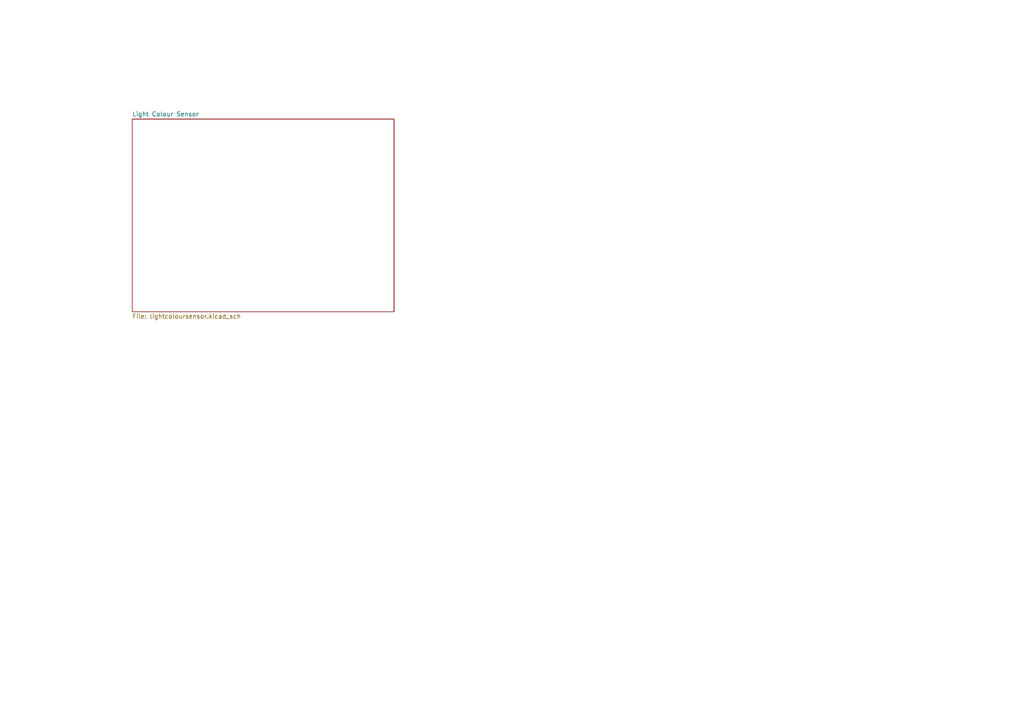
<source format=kicad_sch>
(kicad_sch (version 20211123) (generator eeschema)
  (paper "A4")
  (lib_symbols)
  (sheet (at 38.354 34.544) (size 75.946 55.88) (stroke (width 0.1524))
    (property "Sheet name" "Light Colour Sensor" (at 38.354 33.8324 0) (effects (justify left bottom)))
    (property "Sheet file" "lightcoloursensor.kicad_sch" (at 38.354 91.0086 0) (effects (justify left top)))
  )
)
</source>
